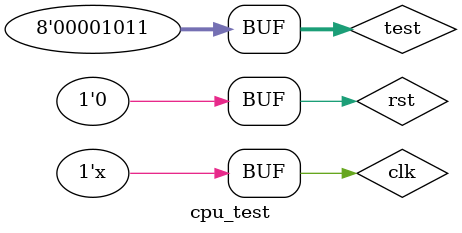
<source format=v>
`timescale 1ns / 1ps


module cpu_test();
    reg clk;
    reg rst;
	/*wire run;
	wire [31:0]addr;
	wire [31:0]pc;
    wire [31:0]mem_data;
    wire [31:0]reg_data;*/




wire PCWriteCond;
wire PCWrite;
wire lorD;
wire MemRead;
wire MemWrite;
wire MemtoReg;
wire IRWrite;
wire [1:0]PcSource;
wire [2:0]ALUOp;
wire [1:0]ALUSrcB;
wire ALUSrcA;
wire RegWrite;
wire RegDst;


wire pcctrl;
wire [5:0]i31_26;
wire [31:0]memdata;

wire [31:0]memdata1;/*
always@*
if(MemRead)
    memdata<=memdata1;
    else memdata<=memdata;*/
assign memdata=(MemRead)?memdata1:memdata;

wire [31:0]pc_out;
wire [31:0]pc_in;
wire [31:0]address;
wire [31:0]wd;
wire [4:0]wa;
wire [31:0]A_in;
wire [31:0]B_in;
wire [31:0]A_out;
wire [31:0]B_out;
wire [25:0]i25_0;
wire [4:0]i25_21;
wire [4:0]i20_16;
wire [15:0]i15_0;
wire [4:0]i15_11;
wire [5:0]i5_0;
wire [31:0]se_out;
wire [31:0]sl0_out;
wire [27:0]sl1_out;
wire [31:0]j_addr;
wire [31:0]alu_a;
wire [31:0]alu_b;
wire zero;
wire zero1;
wire [31:0]ALUOut_in;
wire [31:0]ALUOut_out;
wire [3:0]ALUcontrol;
//wire [31:0]memdata_in;
wire [31:0]memdata_out;
wire [7:0]test;
assign test=9'd267;
wire [31:0]testout;
assign pcctrl=PCWrite||(PCWriteCond&&zero1);
assign zero1=(i31_26[0])?(~zero):zero;
wire [8:0]a;
assign a=address[10:2];
assign i25_0={i25_21,i20_16,i15_0};
assign i15_11=i15_0[15:11];
assign i5_0=i15_0[5:0];
assign j_addr={pc_out[31:28],sl1_out};
dist_mem_gen_0 Mem(
	.a(a),
	.d(B_out),
	.dpra(test),
	.clk(clk),
	.we(MemWrite),
	.spo(memdata1),
	.dpo(testout)
);
PC PC(
	.clk(clk),
	.rst(rst),
	.we(pcctrl),
	.pc_in(pc_in),
	.pc_out(pc_out)
);

IF IF(  
	.clk(clk),
	.rst(rst),
	.IRWrite(IRWrite),
	.memdata(memdata),
	.i31_26(i31_26),
	.i25_21(i25_21),
	.i20_16(i20_16),
	.i15_0(i15_0)
	);

MDR MDR(              
		.clk(clk),
		.rst(rst),
		.memdata(memdata),
		.out(memdata_out)
	);
Mux_1 Mux1(
		.clk(clk),
		.lorD(lorD),
		.in0(pc_out),//pc_out ,
		.in1(ALUOut_out),//alu_out,
		.out(address)//address
	);

Mux_2 Mux2(
		.clk(clk),
		.RegDst(RegDst),
		.in0(i20_16),//i20_16,
		.in1(i15_11),//i15_11,
		.out(wa)
	);

Mux_3 Mux3(
		.clk(clk),
		.MemtoReg(MemtoReg),
		.in0(ALUOut_out),//alu_out,
		.in1(memdata_out),//memdata,
		.out(wd)//mux_out
	);
Mux_4 Mux4(
		.clk(clk),
		.ALUSrcA(ALUSrcA),
		.in0(pc_out),//PC
		.in1(A_out),//A
		.out(alu_a)
	);

Mux_5 Mux5(
		.clk(clk),
		.ALUSrcB(ALUSrcB),
		.in0(B_out),//B
		.in2(se_out),
		.in3(sl0_out), 
		.out(alu_b)
	);

Mux_6 Mux6(
	    .clk(clk),
	    .rst(rst),
		.PcSource(PcSource),
		.in0(ALUOut_in),//ALUresult
		.in1(ALUOut_out),//ALUout
		.in2(j_addr), //j_addr[31:0]
		.out(pc_in)//PC_in
	);
Regfile RF( 
		.clk(clk), 
		.rst(rst), 
		.we(RegWrite),
		.ra0(i25_21),
		.ra1(i20_16),
		.ra2(),
		.wa(wa),
		.wd(wd),
		.rd0(A_in),
		.rd1(B_in),
		.rd2()
	);

SE SE(       //sign extend
		.i15_0(i15_0),
		.out(se_out)
	);
SL_1 SL0(   //shift left 2 32:32
		.in(se_out),
		.out(sl0_out)
	);


SL_2 SL1(   //shift left 2 26:28
		.in(i25_0),
		.out(sl1_out)
	);

ALU ALU(
		.rst(rst),
		.ALUcontrol(ALUcontrol),
		.alu_a(alu_a),
		.alu_b(alu_b),
		.zero(zero),
		.alu_out(ALUOut_in)
	);
ALU_ctrl ALUctrl(
		.clk(clk),
		.i5_0(i5_0),
		.ALUOp(ALUOp),
		.out(ALUcontrol)
	);
CU CU(//control unit
		.clk(clk),
		.rst(rst),
		.op(i31_26),
		.PCWriteCond(PCWriteCond),
		.PCWrite(PCWrite),
		.lorD(lorD),
		.MemRead(MemRead),
		.MemWrite(MemWrite),
		.MemtoReg(MemtoReg),
		.IRWrite(IRWrite),
		.PcSource(PcSource),
		.ALUOp(ALUOp),
		.ALUSrcB(ALUSrcB),
		.ALUSrcA(ALUSrcA),
		.RegWrite(RegWrite),
		.RegDst(RegDst)
	);
reg_self A(
	.in(A_in),
	.clk(clk),
	.out(A_out)
);	
reg_self B(
	.in(B_in),
	.clk(clk),
	.out(B_out)
);
reg_self ALUOut(
	.in(ALUOut_in),
	.clk(clk),
	.out(ALUOut_out)
);	
initial clk=0;
initial rst=1;
always #5 clk=~clk;
initial 
begin
#30 rst=0;
end
endmodule

</source>
